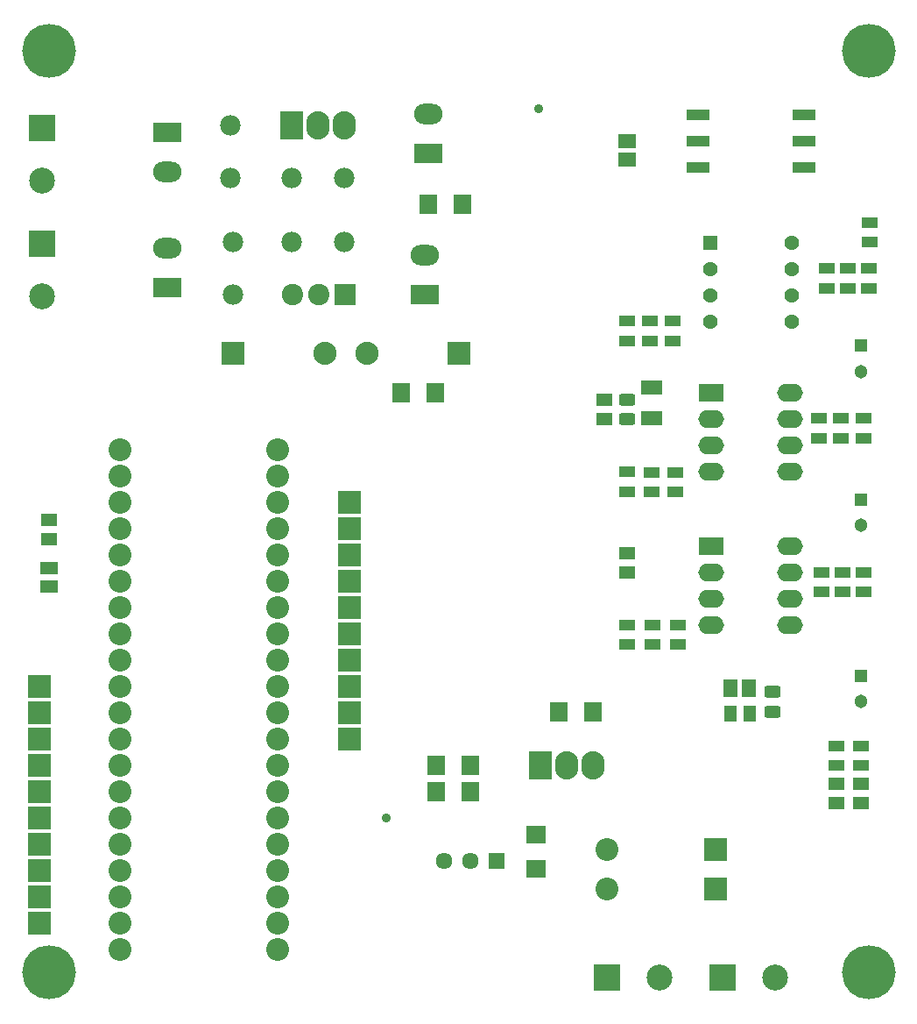
<source format=gts>
G04*
G04 #@! TF.GenerationSoftware,Altium Limited,Altium Designer,24.10.1 (45)*
G04*
G04 Layer_Color=8388736*
%FSTAX25Y25*%
%MOIN*%
G70*
G04*
G04 #@! TF.SameCoordinates,1923906C-CB37-41EA-8CB1-2C45B085819D*
G04*
G04*
G04 #@! TF.FilePolarity,Negative*
G04*
G01*
G75*
%ADD38R,0.05918X0.04343*%
%ADD39R,0.06233X0.04422*%
%ADD40R,0.05367X0.06587*%
G04:AMPARAMS|DCode=41|XSize=44.22mil|YSize=62.33mil|CornerRadius=8.53mil|HoleSize=0mil|Usage=FLASHONLY|Rotation=90.000|XOffset=0mil|YOffset=0mil|HoleType=Round|Shape=RoundedRectangle|*
%AMROUNDEDRECTD41*
21,1,0.04422,0.04528,0,0,90.0*
21,1,0.02717,0.06233,0,0,90.0*
1,1,0.01706,0.02264,0.01358*
1,1,0.01706,0.02264,-0.01358*
1,1,0.01706,-0.02264,-0.01358*
1,1,0.01706,-0.02264,0.01358*
%
%ADD41ROUNDEDRECTD41*%
%ADD42R,0.07300X0.06800*%
%ADD43R,0.06800X0.07300*%
%ADD44R,0.04619X0.06233*%
%ADD45R,0.06509X0.05131*%
%ADD46R,0.06233X0.04619*%
%ADD47R,0.06587X0.05406*%
%ADD48R,0.06391X0.04737*%
%ADD49R,0.06233X0.04776*%
%ADD50R,0.07965X0.05367*%
%ADD51R,0.08674X0.03950*%
%ADD52R,0.09800X0.06800*%
%ADD53O,0.09800X0.06800*%
%ADD54R,0.05131X0.05131*%
%ADD55C,0.05131*%
%ADD56C,0.07800*%
%ADD57C,0.09855*%
%ADD58R,0.09855X0.09855*%
%ADD59R,0.08674X0.08674*%
%ADD60C,0.02769*%
%ADD61C,0.20485*%
%ADD62R,0.09855X0.09855*%
%ADD63R,0.05642X0.05642*%
%ADD64C,0.05642*%
%ADD65O,0.10800X0.07800*%
%ADD66R,0.10800X0.07800*%
%ADD67O,0.08674X0.08674*%
%ADD68C,0.06351*%
%ADD69R,0.06351X0.06351*%
%ADD70R,0.08800X0.10800*%
%ADD71O,0.08800X0.10800*%
%ADD72C,0.08674*%
%ADD73C,0.08800*%
%ADD74R,0.08800X0.08800*%
%ADD75R,0.08123X0.08123*%
%ADD76C,0.08123*%
%ADD77C,0.03556*%
%ADD78C,0.03556*%
D38*
X0308Y022524D02*
D03*
Y021776D02*
D03*
X03165Y022524D02*
D03*
Y021776D02*
D03*
X0325Y021776D02*
D03*
Y022524D02*
D03*
X02525Y025476D02*
D03*
Y026224D02*
D03*
X024375Y025476D02*
D03*
Y026224D02*
D03*
X0327Y028224D02*
D03*
Y027476D02*
D03*
X0319Y027476D02*
D03*
Y028224D02*
D03*
X0311Y027476D02*
D03*
Y028224D02*
D03*
X0317Y015926D02*
D03*
Y016674D02*
D03*
X0309Y015926D02*
D03*
Y016674D02*
D03*
X02535Y019726D02*
D03*
Y020474D02*
D03*
X02445Y019726D02*
D03*
Y020474D02*
D03*
X02545Y013926D02*
D03*
Y014674D02*
D03*
X024475Y013926D02*
D03*
Y014674D02*
D03*
X0235Y014674D02*
D03*
Y013926D02*
D03*
X0325Y016674D02*
D03*
Y015926D02*
D03*
X0235Y0197381D02*
D03*
Y0204861D02*
D03*
Y025476D02*
D03*
Y026224D02*
D03*
D39*
X03275Y029224D02*
D03*
Y029976D02*
D03*
X0314695Y010076D02*
D03*
Y009324D02*
D03*
X0324D02*
D03*
Y010076D02*
D03*
D40*
X0281465Y01225D02*
D03*
X0274535D02*
D03*
D41*
X02905Y012126D02*
D03*
Y011374D02*
D03*
X0235Y023234D02*
D03*
Y0224821D02*
D03*
D42*
X02005Y0067D02*
D03*
Y0054D02*
D03*
D43*
X01725Y03065D02*
D03*
X01595D02*
D03*
X0222Y01135D02*
D03*
X0209D02*
D03*
X0162Y0235D02*
D03*
X0149D02*
D03*
X01625Y0083307D02*
D03*
X01755D02*
D03*
Y0093307D02*
D03*
X01625D02*
D03*
D44*
X0274339Y0113D02*
D03*
X0281661D02*
D03*
D45*
X0014999Y0168443D02*
D03*
Y0161357D02*
D03*
D46*
Y0179239D02*
D03*
Y0186561D02*
D03*
D47*
X0235Y0323642D02*
D03*
Y03305D02*
D03*
D48*
X0314695Y0078869D02*
D03*
Y0086231D02*
D03*
X0324D02*
D03*
Y0078869D02*
D03*
D49*
X02265Y0224998D02*
D03*
Y0232478D02*
D03*
X0235Y01665D02*
D03*
Y017398D02*
D03*
D50*
X02443Y0236907D02*
D03*
Y0225293D02*
D03*
D51*
X0262Y03405D02*
D03*
Y03305D02*
D03*
Y03205D02*
D03*
X0302551D02*
D03*
Y03305D02*
D03*
Y03405D02*
D03*
D52*
X0267276Y0234861D02*
D03*
Y01765D02*
D03*
D53*
Y0224861D02*
D03*
Y0214861D02*
D03*
Y0204861D02*
D03*
X0297276Y0234861D02*
D03*
Y0224861D02*
D03*
Y0214861D02*
D03*
Y0204861D02*
D03*
X0267276Y01665D02*
D03*
Y01565D02*
D03*
Y01465D02*
D03*
X0297276Y01765D02*
D03*
Y01665D02*
D03*
Y01565D02*
D03*
Y01465D02*
D03*
D54*
X0324Y0194421D02*
D03*
Y0252921D02*
D03*
Y0127456D02*
D03*
D55*
Y0184579D02*
D03*
Y0243079D02*
D03*
Y0117614D02*
D03*
D56*
X0085039Y02722D02*
D03*
Y02922D02*
D03*
X0084Y03168D02*
D03*
Y03368D02*
D03*
X01275Y03168D02*
D03*
X01075D02*
D03*
X01275Y02922D02*
D03*
X01075D02*
D03*
D57*
X00125Y02715D02*
D03*
Y03155D02*
D03*
X02475Y00125D02*
D03*
X02915D02*
D03*
D58*
X00125Y02915D02*
D03*
Y03355D02*
D03*
D59*
X00115Y0123264D02*
D03*
Y0113264D02*
D03*
Y0103264D02*
D03*
Y0093264D02*
D03*
Y0083264D02*
D03*
Y0073264D02*
D03*
Y0063264D02*
D03*
Y0053264D02*
D03*
Y0043264D02*
D03*
Y0033264D02*
D03*
X0268681Y00463D02*
D03*
Y00614D02*
D03*
X01295Y0103307D02*
D03*
Y0113307D02*
D03*
Y0123307D02*
D03*
Y0133307D02*
D03*
Y0143307D02*
D03*
Y0153307D02*
D03*
Y0163307D02*
D03*
Y0173307D02*
D03*
Y0183307D02*
D03*
Y0193307D02*
D03*
D60*
X00092Y00089D02*
D03*
X0006857Y0014557D02*
D03*
X00092Y0020214D02*
D03*
X0014857Y0022557D02*
D03*
X0020514Y0020214D02*
D03*
X0022857Y0014557D02*
D03*
X0020514Y00089D02*
D03*
X0014857Y0006557D02*
D03*
X03212Y00089D02*
D03*
X0318857Y0014557D02*
D03*
X03212Y0020214D02*
D03*
X0326857Y0022557D02*
D03*
X0332514Y0020214D02*
D03*
X0334857Y0014557D02*
D03*
X0332514Y00089D02*
D03*
X0326857Y0006557D02*
D03*
X0023Y0364817D02*
D03*
X0020657Y0370474D02*
D03*
X0015Y0372817D02*
D03*
X0009343Y0359161D02*
D03*
X0007Y0364817D02*
D03*
X0009343Y0370474D02*
D03*
X0020657Y0359161D02*
D03*
X0015Y0356817D02*
D03*
X0326857Y0357057D02*
D03*
X0332514Y03594D02*
D03*
X0334857Y0365057D02*
D03*
X0332514Y0370714D02*
D03*
X0326857Y0373057D02*
D03*
X03212Y0370714D02*
D03*
X0318857Y0365057D02*
D03*
X03212Y03594D02*
D03*
D61*
X0327Y00145D02*
D03*
X0015D02*
D03*
X0327Y0365D02*
D03*
X0015D02*
D03*
D62*
X02275Y00125D02*
D03*
X02715D02*
D03*
D63*
X0266831Y0292051D02*
D03*
D64*
Y0282051D02*
D03*
Y0272051D02*
D03*
Y0262051D02*
D03*
X0297815D02*
D03*
Y0272051D02*
D03*
Y0282051D02*
D03*
Y0292051D02*
D03*
D65*
X006Y029D02*
D03*
Y0319D02*
D03*
X01595Y0341D02*
D03*
X0158096Y02872D02*
D03*
D66*
X006Y0275D02*
D03*
Y0334D02*
D03*
X01595Y0326D02*
D03*
X0158096Y02722D02*
D03*
D67*
X004218Y0053264D02*
D03*
Y0043264D02*
D03*
Y0023264D02*
D03*
Y0063264D02*
D03*
Y0033264D02*
D03*
Y0073264D02*
D03*
X010208Y0173307D02*
D03*
Y0213307D02*
D03*
Y0183307D02*
D03*
Y0193307D02*
D03*
Y0203307D02*
D03*
Y0163307D02*
D03*
Y0153307D02*
D03*
Y0133307D02*
D03*
Y0123307D02*
D03*
Y0113307D02*
D03*
Y0143307D02*
D03*
Y0103307D02*
D03*
Y0083307D02*
D03*
Y0023307D02*
D03*
Y0033307D02*
D03*
Y0043307D02*
D03*
Y0053307D02*
D03*
Y0093307D02*
D03*
Y0063307D02*
D03*
Y0073307D02*
D03*
X004218Y0173264D02*
D03*
Y0213364D02*
D03*
Y0183264D02*
D03*
Y0193264D02*
D03*
Y0203264D02*
D03*
Y0163264D02*
D03*
Y0113264D02*
D03*
Y0083264D02*
D03*
Y0093264D02*
D03*
Y0103264D02*
D03*
Y0123264D02*
D03*
Y0133264D02*
D03*
Y0143264D02*
D03*
Y0153264D02*
D03*
D68*
X01655Y00569D02*
D03*
X01755D02*
D03*
D69*
X01855D02*
D03*
D70*
X0202Y0093307D02*
D03*
X01075Y03368D02*
D03*
D71*
X0212Y0093307D02*
D03*
X0222D02*
D03*
X01275Y03368D02*
D03*
X01175D02*
D03*
D72*
X02275Y00463D02*
D03*
Y00614D02*
D03*
D73*
X0136046Y025D02*
D03*
X0120039D02*
D03*
D74*
X0171046D02*
D03*
X0085039D02*
D03*
D75*
X0127673Y02722D02*
D03*
D76*
X0117673D02*
D03*
X0107673D02*
D03*
D77*
X02015Y0343D02*
D03*
D78*
X0143307Y0073307D02*
D03*
M02*

</source>
